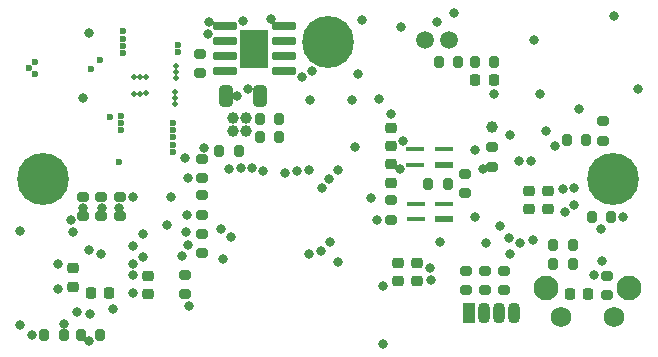
<source format=gbr>
%TF.GenerationSoftware,KiCad,Pcbnew,(6.0.7)*%
%TF.CreationDate,2022-10-18T17:16:59-04:00*%
%TF.ProjectId,PCB,5043422e-6b69-4636-9164-5f7063625858,rev?*%
%TF.SameCoordinates,Original*%
%TF.FileFunction,Soldermask,Bot*%
%TF.FilePolarity,Negative*%
%FSLAX46Y46*%
G04 Gerber Fmt 4.6, Leading zero omitted, Abs format (unit mm)*
G04 Created by KiCad (PCBNEW (6.0.7)) date 2022-10-18 17:16:59*
%MOMM*%
%LPD*%
G01*
G04 APERTURE LIST*
G04 Aperture macros list*
%AMRoundRect*
0 Rectangle with rounded corners*
0 $1 Rounding radius*
0 $2 $3 $4 $5 $6 $7 $8 $9 X,Y pos of 4 corners*
0 Add a 4 corners polygon primitive as box body*
4,1,4,$2,$3,$4,$5,$6,$7,$8,$9,$2,$3,0*
0 Add four circle primitives for the rounded corners*
1,1,$1+$1,$2,$3*
1,1,$1+$1,$4,$5*
1,1,$1+$1,$6,$7*
1,1,$1+$1,$8,$9*
0 Add four rect primitives between the rounded corners*
20,1,$1+$1,$2,$3,$4,$5,0*
20,1,$1+$1,$4,$5,$6,$7,0*
20,1,$1+$1,$6,$7,$8,$9,0*
20,1,$1+$1,$8,$9,$2,$3,0*%
G04 Aperture macros list end*
%ADD10C,2.100000*%
%ADD11C,1.750000*%
%ADD12R,1.070000X1.800000*%
%ADD13O,1.070000X1.800000*%
%ADD14C,1.508000*%
%ADD15C,0.700000*%
%ADD16C,4.400000*%
%ADD17RoundRect,0.042000X-0.943000X-0.258000X0.943000X-0.258000X0.943000X0.258000X-0.943000X0.258000X0*%
%ADD18R,2.413000X3.302000*%
%ADD19RoundRect,0.225000X-0.250000X0.225000X-0.250000X-0.225000X0.250000X-0.225000X0.250000X0.225000X0*%
%ADD20RoundRect,0.200000X0.200000X0.275000X-0.200000X0.275000X-0.200000X-0.275000X0.200000X-0.275000X0*%
%ADD21RoundRect,0.225000X0.225000X0.250000X-0.225000X0.250000X-0.225000X-0.250000X0.225000X-0.250000X0*%
%ADD22R,1.500000X0.400000*%
%ADD23R,1.500000X0.500000*%
%ADD24RoundRect,0.200000X-0.275000X0.200000X-0.275000X-0.200000X0.275000X-0.200000X0.275000X0.200000X0*%
%ADD25RoundRect,0.200000X-0.200000X-0.275000X0.200000X-0.275000X0.200000X0.275000X-0.200000X0.275000X0*%
%ADD26RoundRect,0.200000X0.275000X-0.200000X0.275000X0.200000X-0.275000X0.200000X-0.275000X-0.200000X0*%
%ADD27RoundRect,0.250000X-0.325000X-0.650000X0.325000X-0.650000X0.325000X0.650000X-0.325000X0.650000X0*%
%ADD28RoundRect,0.225000X-0.225000X-0.250000X0.225000X-0.250000X0.225000X0.250000X-0.225000X0.250000X0*%
%ADD29RoundRect,0.225000X0.250000X-0.225000X0.250000X0.225000X-0.250000X0.225000X-0.250000X-0.225000X0*%
%ADD30C,1.000000*%
%ADD31C,0.800000*%
%ADD32C,0.600000*%
%ADD33C,0.500000*%
G04 APERTURE END LIST*
D10*
%TO.C,SW3*%
X244120000Y-114910000D03*
X237110000Y-114910000D03*
D11*
X242870000Y-117400000D03*
X238370000Y-117400000D03*
%TD*%
D12*
%TO.C,D6*%
X230600000Y-117070000D03*
D13*
X231870000Y-117070000D03*
X233140000Y-117070000D03*
X234410000Y-117070000D03*
%TD*%
D14*
%TO.C,J2*%
X228870000Y-93910000D03*
X226870000Y-93910000D03*
%TD*%
D15*
%TO.C,H1*%
X241633274Y-104533274D03*
X242800000Y-107350000D03*
X244450000Y-105700000D03*
X241633274Y-106866726D03*
X241150000Y-105700000D03*
X243966726Y-106866726D03*
X243966726Y-104533274D03*
D16*
X242800000Y-105700000D03*
D15*
X242800000Y-104050000D03*
%TD*%
D16*
%TO.C,H3*%
X218650000Y-94100000D03*
D15*
X219816726Y-95266726D03*
X217483274Y-95266726D03*
X219816726Y-92933274D03*
X218650000Y-95750000D03*
X220300000Y-94100000D03*
X217000000Y-94100000D03*
X217483274Y-92933274D03*
X218650000Y-92450000D03*
%TD*%
%TO.C,H2*%
X194500000Y-104050000D03*
X195666726Y-104533274D03*
X192850000Y-105700000D03*
X193333274Y-104533274D03*
D16*
X194500000Y-105700000D03*
D15*
X195666726Y-106866726D03*
X196150000Y-105700000D03*
X194500000Y-107350000D03*
X193333274Y-106866726D03*
%TD*%
D17*
%TO.C,U3*%
X209950000Y-96580000D03*
X209950000Y-95310000D03*
X209950000Y-94040000D03*
X209950000Y-92770000D03*
X214900000Y-92770000D03*
X214900000Y-94040000D03*
X214900000Y-95310000D03*
X214900000Y-96580000D03*
D18*
X212425000Y-94675000D03*
%TD*%
D19*
%TO.C,C3*%
X224590000Y-112835000D03*
X224590000Y-114385000D03*
%TD*%
D20*
%TO.C,R6*%
X240515000Y-102430000D03*
X238865000Y-102430000D03*
%TD*%
D21*
%TO.C,C28*%
X240705000Y-115450000D03*
X239155000Y-115450000D03*
%TD*%
D22*
%TO.C,Q2*%
X228485000Y-107805000D03*
D23*
X228485000Y-109105000D03*
D22*
X226085000Y-109105000D03*
X226085000Y-107805000D03*
%TD*%
D21*
%TO.C,C23*%
X200125464Y-115400273D03*
X198575464Y-115400273D03*
%TD*%
D24*
%TO.C,R25*%
X207980000Y-103995000D03*
X207980000Y-105645000D03*
%TD*%
D25*
%TO.C,R27*%
X231075000Y-95775000D03*
X232725000Y-95775000D03*
%TD*%
D24*
%TO.C,R5*%
X241960000Y-100840000D03*
X241960000Y-102490000D03*
%TD*%
D25*
%TO.C,R3*%
X209465000Y-103322500D03*
X211115000Y-103322500D03*
%TD*%
D24*
%TO.C,R24*%
X207960000Y-110325000D03*
X207960000Y-111975000D03*
%TD*%
D19*
%TO.C,C9*%
X237260000Y-106715000D03*
X237260000Y-108265000D03*
%TD*%
D25*
%TO.C,R42*%
X212895000Y-102180000D03*
X214545000Y-102180000D03*
%TD*%
D26*
%TO.C,R20*%
X207830000Y-96765000D03*
X207830000Y-95115000D03*
%TD*%
%TO.C,R18*%
X231945000Y-115135000D03*
X231945000Y-113485000D03*
%TD*%
D25*
%TO.C,R26*%
X228025000Y-95775000D03*
X229675000Y-95775000D03*
%TD*%
D26*
%TO.C,R2*%
X230280000Y-106895000D03*
X230280000Y-105245000D03*
%TD*%
D27*
%TO.C,C22*%
X209975000Y-98660000D03*
X212925000Y-98660000D03*
%TD*%
D20*
%TO.C,R32*%
X239365000Y-112880000D03*
X237715000Y-112880000D03*
%TD*%
D28*
%TO.C,C25*%
X231125000Y-97350000D03*
X232675000Y-97350000D03*
%TD*%
D19*
%TO.C,C24*%
X197060464Y-113275273D03*
X197060464Y-114825273D03*
%TD*%
D25*
%TO.C,R8*%
X194645000Y-118910000D03*
X196295000Y-118910000D03*
%TD*%
D24*
%TO.C,R15*%
X201015000Y-108865000D03*
X201015000Y-107215000D03*
%TD*%
D29*
%TO.C,C2*%
X223960000Y-106030000D03*
X223960000Y-104480000D03*
%TD*%
D26*
%TO.C,R4*%
X223960000Y-109175000D03*
X223960000Y-107525000D03*
%TD*%
D20*
%TO.C,R35*%
X242625000Y-108960000D03*
X240975000Y-108960000D03*
%TD*%
D30*
%TO.C,TP7*%
X232540000Y-101280000D03*
%TD*%
D24*
%TO.C,R21*%
X242240000Y-113895000D03*
X242240000Y-115545000D03*
%TD*%
D22*
%TO.C,Q1*%
X228450000Y-103190000D03*
D23*
X228450000Y-104490000D03*
D22*
X226050000Y-104490000D03*
X226050000Y-103190000D03*
%TD*%
D26*
%TO.C,R11*%
X206540000Y-115475000D03*
X206540000Y-113825000D03*
%TD*%
D20*
%TO.C,R31*%
X239365000Y-111340000D03*
X237715000Y-111340000D03*
%TD*%
D19*
%TO.C,C10*%
X235710000Y-106715000D03*
X235710000Y-108265000D03*
%TD*%
%TO.C,C11*%
X203450000Y-113885000D03*
X203450000Y-115435000D03*
%TD*%
D24*
%TO.C,R37*%
X208000000Y-107100000D03*
X208000000Y-108750000D03*
%TD*%
D25*
%TO.C,R39*%
X212895000Y-100630000D03*
X214545000Y-100630000D03*
%TD*%
D29*
%TO.C,C20*%
X223960000Y-102930000D03*
X223960000Y-101380000D03*
%TD*%
D24*
%TO.C,R7*%
X197925000Y-108855000D03*
X197925000Y-107205000D03*
%TD*%
D20*
%TO.C,R38*%
X199360000Y-118920000D03*
X197710000Y-118920000D03*
%TD*%
D26*
%TO.C,R17*%
X230370000Y-115135000D03*
X230370000Y-113485000D03*
%TD*%
D24*
%TO.C,R34*%
X232550000Y-103015000D03*
X232550000Y-104665000D03*
%TD*%
%TO.C,R16*%
X199475000Y-108870000D03*
X199475000Y-107220000D03*
%TD*%
D25*
%TO.C,R1*%
X227135000Y-106130000D03*
X228785000Y-106130000D03*
%TD*%
D26*
%TO.C,R28*%
X233520000Y-115135000D03*
X233520000Y-113485000D03*
%TD*%
D19*
%TO.C,C1*%
X226170000Y-112835000D03*
X226170000Y-114385000D03*
%TD*%
D31*
X206890000Y-116480000D03*
X192610000Y-118060000D03*
X192610000Y-110080000D03*
X193570000Y-118910000D03*
X196300000Y-117980000D03*
X199450000Y-112040000D03*
X198430000Y-111720000D03*
X205000000Y-109600000D03*
X196870000Y-109200000D03*
X200990000Y-108164500D03*
X202970000Y-112276889D03*
X202970000Y-110400000D03*
X197050000Y-110200000D03*
X199510000Y-108169500D03*
X197930000Y-108154500D03*
X202150000Y-115360000D03*
X202150000Y-113860000D03*
X202130000Y-112870000D03*
X206840000Y-111260000D03*
X202120000Y-111360000D03*
X206254754Y-112226389D03*
X198455000Y-119450000D03*
X239510000Y-107924500D03*
X239510378Y-106500378D03*
X208550496Y-92442987D03*
X227892345Y-92417655D03*
X229340000Y-91660000D03*
X242900000Y-91940000D03*
X239897372Y-99801872D03*
X211840000Y-98084500D03*
X221510000Y-92264500D03*
X237080000Y-101650000D03*
X221210000Y-96800000D03*
X224967457Y-102491185D03*
X210290000Y-104840000D03*
X222310000Y-107280000D03*
X213800000Y-92190000D03*
X236090000Y-93910000D03*
X235850500Y-104164500D03*
D32*
X201290000Y-94450000D03*
X198624500Y-96360000D03*
X201290000Y-93210000D03*
X201290000Y-95080000D03*
X201290000Y-93830000D03*
D31*
X222800000Y-109205500D03*
X227331435Y-113238972D03*
D32*
X201110000Y-100350000D03*
D31*
X206630000Y-110200000D03*
X195801203Y-115047273D03*
D32*
X201110000Y-100970000D03*
D31*
X206520000Y-103960000D03*
X241180000Y-113880000D03*
D32*
X200950000Y-104250000D03*
X201110000Y-101590000D03*
D31*
X202155000Y-107255000D03*
X198520964Y-117160273D03*
X234851018Y-104158075D03*
X238511191Y-106525500D03*
X217076892Y-112100982D03*
X218162933Y-106465234D03*
X215037823Y-105205997D03*
X216026464Y-105059047D03*
X218030000Y-111800000D03*
X218770381Y-105671502D03*
X219490498Y-104972002D03*
X217020000Y-104950000D03*
X218790998Y-111012682D03*
X216477844Y-97105812D03*
X217315937Y-96561197D03*
X211250743Y-104768426D03*
X209750000Y-112520000D03*
X223300000Y-114740000D03*
X223320000Y-119660000D03*
X219490498Y-112772998D03*
X206820000Y-105660000D03*
X205350000Y-107200000D03*
X231100000Y-103260000D03*
X231070000Y-108950500D03*
X236050000Y-110840000D03*
X222948453Y-98895317D03*
X232022286Y-111167214D03*
X233230000Y-109650000D03*
X228099500Y-111004500D03*
X234882691Y-111161752D03*
X210398907Y-110604500D03*
X234050000Y-112074000D03*
X209630000Y-109930000D03*
X234010000Y-110674500D03*
X231769500Y-104890000D03*
X208480000Y-93440000D03*
X227372362Y-114237637D03*
D32*
X193310000Y-96320000D03*
D31*
X232700000Y-98500000D03*
D32*
X205980000Y-94940000D03*
D31*
X220720000Y-99050000D03*
X197390464Y-116950273D03*
D32*
X200171110Y-100472067D03*
X205980000Y-94340000D03*
D31*
X211495649Y-92292141D03*
X238682748Y-108485445D03*
X224721622Y-104847739D03*
D32*
X205530000Y-103410000D03*
D31*
X200470464Y-116750273D03*
D32*
X205530000Y-100950000D03*
X199370000Y-95624500D03*
D31*
X223960000Y-100220000D03*
X217150000Y-99020000D03*
D32*
X205530000Y-101560000D03*
D31*
X224850000Y-92814500D03*
X237910000Y-102940000D03*
X195770962Y-112920273D03*
D32*
X205530000Y-102790000D03*
D31*
X208180000Y-103045500D03*
D32*
X193840000Y-96800000D03*
X193830000Y-95780000D03*
D31*
X210965656Y-98661093D03*
X234100000Y-101970000D03*
X236630000Y-98500000D03*
X220980000Y-102970000D03*
X244880000Y-98050000D03*
X198460000Y-93340000D03*
X197935000Y-98865000D03*
D32*
X205530000Y-102170000D03*
D33*
X205760000Y-97160000D03*
X203210000Y-97080000D03*
X202190000Y-97080000D03*
X202700000Y-97090000D03*
X205760000Y-96130000D03*
X205770000Y-96650000D03*
X203210000Y-98470000D03*
X205740000Y-98880000D03*
X205740000Y-98360000D03*
X205740000Y-99400000D03*
X202200000Y-98490000D03*
X202710000Y-98490000D03*
D31*
X241780000Y-109930000D03*
X241810000Y-112650000D03*
X243600000Y-108940000D03*
X206750000Y-108750000D03*
X213175188Y-105009119D03*
X212200000Y-104790000D03*
D30*
X211729357Y-100510547D03*
X211740000Y-101660000D03*
X210579898Y-100520540D03*
X210570000Y-101670000D03*
M02*

</source>
